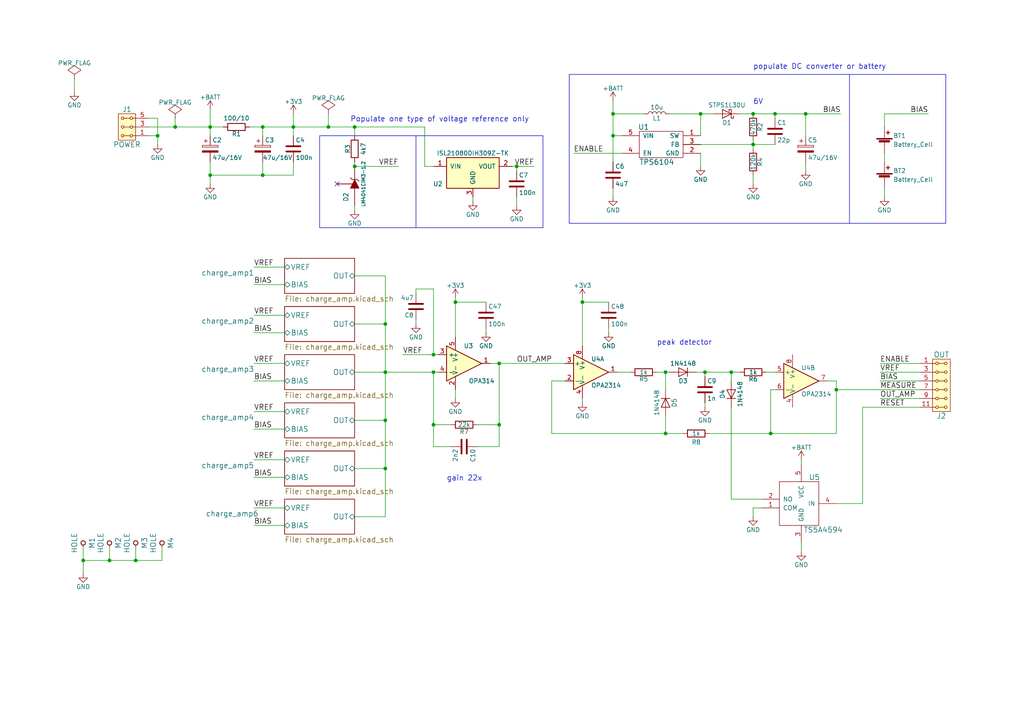
<source format=kicad_sch>
(kicad_sch (version 20230121) (generator eeschema)
  (paper "A4")
  (title_block (title "PCRD03A") (comment 1 " Silicon PIN diode cosmic radiation detector "))
  (lib_symbols
    (symbol "PCRD03A-rescue:+3V3" (power) (pin_names (offset 0))
      (property "Value" "+3V3" (at 0 3.556 0))
      (symbol "+3V3_0_1"
        (polyline (pts (xy -0.762 1.27) (xy 0 2.54)))
        (polyline (pts (xy 0 0) (xy 0 2.54)))
        (polyline (pts (xy 0 2.54) (xy 0.762 1.27)))
      )
      (symbol "+3V3_1_1"
        (pin power_in line (at 0 0 90) (length 0) hide (name "+3V3") (number "1"))
      )
    )
    (symbol "PCRD03A-rescue:+BATT" (power) (pin_names (offset 0))
      (property "Value" "+BATT" (at 0 3.556 0))
      (symbol "+BATT_0_1"
        (polyline (pts (xy -0.762 1.27) (xy 0 2.54)))
        (polyline (pts (xy 0 0) (xy 0 2.54)))
        (polyline (pts (xy 0 2.54) (xy 0.762 1.27)))
      )
      (symbol "+BATT_1_1"
        (pin power_in line (at 0 0 90) (length 0) hide (name "+BATT") (number "1"))
      )
    )
    (symbol "PCRD03A-rescue:APE8865NR-12-HF-3" (pin_names (offset 1.016))
      (property "Reference" "U" (at -7.62 6.35 0))
      (property "Value" "APE8865NR-12-HF-3" (at 0 5.08 0))
      (property "Footprint" "SOT-23" (at 0 2.54 0))
      (symbol "APE8865NR-12-HF-3_0_1"
        (rectangle (start -7.62 3.81) (end 7.62 -5.08) (stroke (width 0.254)) (fill (type background)))
      )
      (symbol "APE8865NR-12-HF-3_1_1"
        (pin input line (at -11.43 1.27 0) (length 3.81) (name "VIN") (number "1"))
        (pin power_out line (at 11.43 1.27 180) (length 3.81) (name "VOUT") (number "2"))
        (pin power_in line (at 0 -7.62 90) (length 2.54) (name "GND") (number "3"))
      )
    )
    (symbol "PCRD03A-rescue:Battery_Cell" (pin_numbers hide) (pin_names (offset 0) hide)
      (property "Reference" "BT" (at 2.54 2.54 0))
      (property "Value" "Battery_Cell" (at 2.54 0 0))
      (symbol "Battery_Cell_0_1"
        (rectangle (start -2.286 1.778) (end 2.286 1.524) (fill (type outline)))
        (rectangle (start -1.5748 1.1938) (end 1.4732 0.6858) (fill (type outline)))
        (polyline (pts (xy 0 0.762) (xy 0 0)))
        (polyline (pts (xy 0 1.778) (xy 0 2.54)))
        (polyline (pts (xy 0.508 3.429) (xy 1.524 3.429)) (stroke (width 0.254)))
        (polyline (pts (xy 1.016 3.937) (xy 1.016 2.921)) (stroke (width 0.254)))
      )
      (symbol "Battery_Cell_1_1"
        (pin passive line (at 0 5.08 270) (length 2.54) (name "+") (number "1"))
        (pin passive line (at 0 -2.54 90) (length 2.54) (name "-") (number "2"))
      )
    )
    (symbol "PCRD03A-rescue:C" (pin_numbers hide) (pin_names (offset 0.254))
      (property "Reference" "C" (at 0.635 2.54 0))
      (property "Value" "C" (at 0.635 -2.54 0))
      (symbol "C_0_1"
        (polyline (pts (xy -2.032 -0.762) (xy 2.032 -0.762)) (stroke (width 0.508)))
        (polyline (pts (xy -2.032 0.762) (xy 2.032 0.762)) (stroke (width 0.508)))
      )
      (symbol "C_1_1"
        (pin passive line (at 0 3.81 270) (length 2.794) (name "~") (number "1"))
        (pin passive line (at 0 -3.81 90) (length 2.794) (name "~") (number "2"))
      )
    )
    (symbol "PCRD03A-rescue:CP" (pin_numbers hide) (pin_names (offset 0.254))
      (property "Reference" "C" (at 0.635 2.54 0))
      (property "Value" "CP" (at 0.635 -2.54 0))
      (symbol "CP_0_1"
        (rectangle (start -2.286 0.508) (end -2.286 1.016))
        (rectangle (start -2.286 0.508) (end 2.286 0.508))
        (polyline (pts (xy -1.778 2.286) (xy -0.762 2.286)))
        (polyline (pts (xy -1.27 2.794) (xy -1.27 1.778)))
        (rectangle (start 2.286 -0.508) (end -2.286 -1.016) (fill (type outline)))
        (rectangle (start 2.286 1.016) (end -2.286 1.016))
        (rectangle (start 2.286 1.016) (end 2.286 0.508))
      )
      (symbol "CP_1_1"
        (pin passive line (at 0 3.81 270) (length 2.794) (name "~") (number "1"))
        (pin passive line (at 0 -3.81 90) (length 2.794) (name "~") (number "2"))
      )
    )
    (symbol "PCRD03A-rescue:D" (pin_numbers hide) (pin_names (offset 1.016) hide)
      (property "Reference" "D" (at 0 2.54 0))
      (property "Value" "D" (at 0 -2.54 0))
      (symbol "D_0_1"
        (polyline (pts (xy -1.27 1.27) (xy -1.27 -1.27)) (stroke (width 0.2032)))
        (polyline (pts (xy 1.27 0) (xy -1.27 0)))
        (polyline (pts (xy 1.27 1.27) (xy 1.27 -1.27) (xy -1.27 0) (xy 1.27 1.27)) (stroke (width 0.2032)))
      )
      (symbol "D_1_1"
        (pin passive line (at -3.81 0 0) (length 2.54) (name "K") (number "1"))
        (pin passive line (at 3.81 0 180) (length 2.54) (name "A") (number "2"))
      )
    )
    (symbol "PCRD03A-rescue:D_Schottky" (pin_numbers hide) (pin_names (offset 1.016) hide)
      (property "Reference" "D" (at 0 2.54 0))
      (property "Value" "D_Schottky" (at 0 -2.54 0))
      (symbol "D_Schottky_0_1"
        (polyline (pts (xy 1.27 0) (xy -1.27 0)))
        (polyline (pts (xy 1.27 1.27) (xy 1.27 -1.27) (xy -1.27 0) (xy 1.27 1.27)) (stroke (width 0.2032)))
        (polyline (pts (xy -1.905 0.635) (xy -1.905 1.27) (xy -1.27 1.27) (xy -1.27 -1.27) (xy -0.635 -1.27) (xy -0.635 -0.635)) (stroke (width 0.2032)))
      )
      (symbol "D_Schottky_1_1"
        (pin passive line (at -3.81 0 0) (length 2.54) (name "K") (number "1"))
        (pin passive line (at 3.81 0 180) (length 2.54) (name "A") (number "2"))
      )
    )
    (symbol "PCRD03A-rescue:GND" (power) (pin_names (offset 0))
      (property "Value" "GND" (at 0 -3.81 0))
      (symbol "GND_0_1"
        (polyline (pts (xy 0 0) (xy 0 -1.27) (xy 1.27 -1.27) (xy 0 -2.54) (xy -1.27 -1.27) (xy 0 -1.27)))
      )
      (symbol "GND_1_1"
        (pin power_in line (at 0 0 270) (length 0) hide (name "GND") (number "1"))
      )
    )
    (symbol "PCRD03A-rescue:HEADER_2x03_PARALLEL" (pin_names (offset 1.016))
      (property "Reference" "J" (at 0 -5.08 0))
      (property "Value" "HEADER_2x03_PARALLEL" (at 0 5.08 0))
      (symbol "HEADER_2x03_PARALLEL_0_1"
        (rectangle (start -2.54 3.81) (end 2.54 -3.81) (fill (type background)))
        (circle (center -1.27 -2.54) (radius 0.381))
        (circle (center -1.27 0) (radius 0.381))
        (circle (center -1.27 2.54) (radius 0.381))
        (polyline (pts (xy -1.651 -2.54) (xy -2.54 -2.54)))
        (polyline (pts (xy -1.651 0) (xy -2.54 0)))
        (polyline (pts (xy -1.651 2.54) (xy -2.54 2.54)))
        (polyline (pts (xy -0.889 -2.54) (xy 0.889 -2.54)))
        (polyline (pts (xy -0.889 0) (xy 0.889 0)))
        (polyline (pts (xy -0.889 2.54) (xy 0.889 2.54)))
        (circle (center 1.27 -2.54) (radius 0.381))
        (circle (center 1.27 0) (radius 0.381))
        (circle (center 1.27 2.54) (radius 0.381))
      )
      (symbol "HEADER_2x03_PARALLEL_1_1"
        (pin input line (at -6.35 2.54 0) (length 3.81) (name "~") (number "1"))
        (pin input line (at -6.35 2.54 0) (length 3.81) hide (name "~") (number "2"))
        (pin input line (at -6.35 0 0) (length 3.81) (name "~") (number "3"))
        (pin input line (at -6.35 0 0) (length 3.81) hide (name "~") (number "4"))
        (pin input line (at -6.35 -2.54 0) (length 3.81) (name "~") (number "5"))
        (pin input line (at -6.35 -2.54 0) (length 3.81) hide (name "~") (number "6"))
      )
    )
    (symbol "PCRD03A-rescue:HEADER_2x06_PARALLEL" (pin_names (offset 1.016))
      (property "Reference" "J" (at 0 -8.89 0))
      (property "Value" "HEADER_2x06_PARALLEL" (at 0 8.89 0))
      (symbol "HEADER_2x06_PARALLEL_0_1"
        (rectangle (start -2.54 7.62) (end 2.54 -7.62) (fill (type background)))
        (circle (center -1.27 -6.35) (radius 0.381))
        (circle (center -1.27 -3.81) (radius 0.381))
        (circle (center -1.27 -1.27) (radius 0.381))
        (circle (center -1.27 1.27) (radius 0.381))
        (circle (center -1.27 3.81) (radius 0.381))
        (circle (center -1.27 6.35) (radius 0.381))
        (polyline (pts (xy -1.651 -6.35) (xy -2.54 -6.35)))
        (polyline (pts (xy -1.651 -3.81) (xy -2.54 -3.81)))
        (polyline (pts (xy -1.651 -1.27) (xy -2.54 -1.27)))
        (polyline (pts (xy -1.651 1.27) (xy -2.54 1.27)))
        (polyline (pts (xy -1.651 3.81) (xy -2.54 3.81)))
        (polyline (pts (xy -1.651 6.35) (xy -2.54 6.35)))
        (polyline (pts (xy -0.889 -6.35) (xy 0.889 -6.35)))
        (polyline (pts (xy -0.889 -3.81) (xy 0.889 -3.81)))
        (polyline (pts (xy -0.889 -1.27) (xy 0.889 -1.27)))
        (polyline (pts (xy -0.889 1.27) (xy 0.889 1.27)))
        (polyline (pts (xy -0.889 3.81) (xy 0.889 3.81)))
        (polyline (pts (xy -0.889 6.35) (xy 0.889 6.35)))
        (circle (center 1.27 -6.35) (radius 0.381))
        (circle (center 1.27 -3.81) (radius 0.381))
        (circle (center 1.27 -1.27) (radius 0.381))
        (circle (center 1.27 1.27) (radius 0.381))
        (circle (center 1.27 3.81) (radius 0.381))
        (circle (center 1.27 6.35) (radius 0.381))
      )
      (symbol "HEADER_2x06_PARALLEL_1_1"
        (pin input line (at -6.35 6.35 0) (length 3.81) (name "~") (number "1"))
        (pin input line (at -6.35 -3.81 0) (length 3.81) hide (name "~") (number "10"))
        (pin input line (at -6.35 -6.35 0) (length 3.81) (name "~") (number "11"))
        (pin input line (at -6.35 -6.35 0) (length 3.81) hide (name "~") (number "12"))
        (pin input line (at -6.35 6.35 0) (length 3.81) hide (name "~") (number "2"))
        (pin input line (at -6.35 3.81 0) (length 3.81) (name "~") (number "3"))
        (pin input line (at -6.35 3.81 0) (length 3.81) hide (name "~") (number "4"))
        (pin input line (at -6.35 1.27 0) (length 3.81) (name "~") (number "5"))
        (pin input line (at -6.35 1.27 0) (length 3.81) hide (name "~") (number "6"))
        (pin input line (at -6.35 -1.27 0) (length 3.81) (name "~") (number "7"))
        (pin input line (at -6.35 -1.27 0) (length 3.81) hide (name "~") (number "8"))
        (pin input line (at -6.35 -3.81 0) (length 3.81) (name "~") (number "9"))
      )
    )
    (symbol "PCRD03A-rescue:HOLE" (pin_numbers hide) (pin_names (offset 1.016) hide)
      (property "Reference" "M" (at 0 2.54 0))
      (property "Value" "HOLE" (at 0 -2.54 0))
      (symbol "HOLE_0_1"
        (circle (center 0 0) (radius 0.635) (stroke (width 0.254)))
      )
      (symbol "HOLE_1_1"
        (pin input line (at 1.27 0 180) (length 0.635) (name "~") (number "1"))
      )
    )
    (symbol "PCRD03A-rescue:L" (pin_numbers hide) (pin_names (offset 1.016) hide)
      (property "Reference" "L" (at -1.27 0 90))
      (property "Value" "L" (at 1.905 0 90))
      (symbol "L_0_1"
        (arc (start 0 -2.54) (mid 0.6323 -1.905) (end 0 -1.27))
        (arc (start 0 -1.27) (mid 0.6323 -0.635) (end 0 0))
        (arc (start 0 0) (mid 0.6323 0.635) (end 0 1.27))
        (arc (start 0 1.27) (mid 0.6323 1.905) (end 0 2.54))
      )
      (symbol "L_1_1"
        (pin passive line (at 0 3.81 270) (length 1.27) (name "1") (number "1"))
        (pin passive line (at 0 -3.81 90) (length 1.27) (name "2") (number "2"))
      )
    )
    (symbol "PCRD03A-rescue:LM4041" (pin_numbers hide) (pin_names (offset 1.016) hide)
      (property "Reference" "D" (at -3.81 2.54 0))
      (property "Value" "LM4041" (at 0 -2.54 0))
      (symbol "LM4041_0_1"
        (polyline (pts (xy 1.27 0) (xy -1.27 1.27) (xy -1.27 -1.27) (xy 1.27 0) (xy 1.27 0)) (fill (type outline)))
        (polyline (pts (xy 1.778 1.27) (xy 1.27 0.762) (xy 1.27 -0.762) (xy 0.762 -1.27) (xy 0.762 -1.27)) (stroke (width 0.2032)))
      )
      (symbol "LM4041_1_1"
        (pin passive line (at 5.08 0 180) (length 3.81) (name "K") (number "1"))
        (pin passive line (at -6.35 0 0) (length 5.08) (name "~") (number "2"))
        (pin unspecified line (at 0 5.08 270) (length 5.08) (name "~") (number "3"))
      )
    )
    (symbol "PCRD03A-rescue:MCP6001"
      (property "Reference" "U" (at 1.27 5.08 0))
      (property "Value" "MCP6001" (at 5.08 -5.08 0))
      (symbol "MCP6001_0_1"
        (polyline (pts (xy -5.08 5.08) (xy 5.08 0) (xy -5.08 -5.08) (xy -5.08 5.08)) (stroke (width 0.254)) (fill (type background)))
      )
      (symbol "MCP6001_1_1"
        (pin output line (at 7.62 0 180) (length 2.54) (name "~") (number "1"))
        (pin input line (at -2.54 -7.62 90) (length 3.81) (name "V-") (number "2"))
        (pin input line (at -7.62 2.54 0) (length 2.54) (name "+") (number "3"))
        (pin input line (at -7.62 -2.54 0) (length 2.54) (name "-") (number "4"))
        (pin input line (at -2.54 7.62 270) (length 3.81) (name "V+") (number "5"))
      )
    )
    (symbol "PCRD03A-rescue:OP275" (pin_names (offset 0.254))
      (property "Reference" "U" (at 0 3.81 0))
      (property "Value" "OP275" (at 0 -3.81 0))
      (symbol "OP275_0_1"
        (polyline (pts (xy -5.08 5.08) (xy 5.08 0) (xy -5.08 -5.08) (xy -5.08 5.08)) (stroke (width 0.254)) (fill (type background)))
        (pin power_in line (at -2.54 -7.62 90) (length 3.81) (name "V-") (number "4"))
        (pin power_in line (at -2.54 7.62 270) (length 3.81) (name "V+") (number "8"))
      )
      (symbol "OP275_1_1"
        (pin output line (at 7.62 0 180) (length 2.54) (name "~") (number "1"))
        (pin input line (at -7.62 -2.54 0) (length 2.54) (name "-") (number "2"))
        (pin input line (at -7.62 2.54 0) (length 2.54) (name "+") (number "3"))
      )
      (symbol "OP275_2_1"
        (pin input line (at -7.62 2.54 0) (length 2.54) (name "+") (number "5"))
        (pin input line (at -7.62 -2.54 0) (length 2.54) (name "-") (number "6"))
        (pin output line (at 7.62 0 180) (length 2.54) (name "~") (number "7"))
      )
    )
    (symbol "PCRD03A-rescue:PWR_FLAG" (power) (pin_numbers hide) (pin_names (offset 0) hide)
      (property "Value" "PWR_FLAG" (at 0 4.572 0))
      (symbol "PWR_FLAG_0_0"
        (pin power_out line (at 0 0 90) (length 0) (name "pwr") (number "1"))
      )
      (symbol "PWR_FLAG_0_1"
        (polyline (pts (xy 0 0) (xy 0 1.27) (xy -1.905 2.54) (xy 0 3.81) (xy 1.905 2.54) (xy 0 1.27)))
      )
    )
    (symbol "PCRD03A-rescue:R" (pin_numbers hide) (pin_names (offset 0))
      (property "Reference" "R" (at 2.032 0 90))
      (property "Value" "R" (at 0 0 90))
      (symbol "R_0_1"
        (rectangle (start -1.016 -2.54) (end 1.016 2.54) (stroke (width 0.254)))
      )
      (symbol "R_1_1"
        (pin passive line (at 0 3.81 270) (length 1.27) (name "~") (number "1"))
        (pin passive line (at 0 -3.81 90) (length 1.27) (name "~") (number "2"))
      )
    )
    (symbol "PCRD03A-rescue:TPS6104" (pin_names (offset 1.016))
      (property "Reference" "U" (at -5.08 5.08 0))
      (property "Value" "TPS6104" (at -1.27 -5.08 0))
      (symbol "TPS6104_0_1"
        (rectangle (start -6.35 3.81) (end 6.35 -3.81))
      )
      (symbol "TPS6104_1_1"
        (pin bidirectional line (at 11.43 2.54 180) (length 5.08) (name "SW") (number "1"))
        (pin power_in line (at 11.43 -2.54 180) (length 5.08) (name "GND") (number "2"))
        (pin bidirectional line (at 11.43 0 180) (length 5.08) (name "FB") (number "3"))
        (pin bidirectional line (at -11.43 -2.54 0) (length 5.08) (name "EN") (number "4"))
        (pin power_in line (at -11.43 2.54 0) (length 5.08) (name "VIN") (number "5"))
      )
    )
    (symbol "PCRD03A-rescue:TS5A4594" (pin_names (offset 1.016))
      (property "Reference" "U" (at 3.81 7.62 0))
      (property "Value" "TS5A4594" (at 6.35 -7.62 0))
      (symbol "TS5A4594_0_1"
        (rectangle (start -6.35 6.35) (end 5.08 -6.35))
      )
      (symbol "TS5A4594_1_1"
        (pin passive line (at -11.43 -1.27 0) (length 5.08) (name "COM") (number "1"))
        (pin passive line (at -11.43 1.27 0) (length 5.08) (name "NO") (number "2"))
        (pin power_in line (at 0 -11.43 90) (length 5.08) (name "GND") (number "3"))
        (pin bidirectional line (at 10.16 0 180) (length 5.08) (name "IN") (number "4"))
        (pin power_in line (at 0 11.43 270) (length 5.08) (name "VCC") (number "5"))
      )
    )
  )
  (junction (at 223.52 125.73))
  (junction (at 50.8 36.83))
  (junction (at 60.96 36.83))
  (junction (at 60.96 50.8))
  (junction (at 177.8 39.37))
  (junction (at 125.73 123.19))
  (junction (at 203.2 33.02))
  (junction (at 218.44 33.02))
  (junction (at 85.09 36.83))
  (junction (at 125.73 102.87))
  (junction (at 31.75 162.56))
  (junction (at 111.76 107.95))
  (junction (at 149.86 48.26))
  (junction (at 132.08 87.63))
  (junction (at 233.68 33.02))
  (junction (at 95.25 36.83))
  (junction (at 39.37 162.56))
  (junction (at 193.04 107.95))
  (junction (at 76.2 50.8))
  (junction (at 212.09 107.95))
  (junction (at 125.73 107.95))
  (junction (at 242.57 113.03))
  (junction (at 111.76 121.92))
  (junction (at 102.87 36.83))
  (junction (at 224.79 33.02))
  (junction (at 168.91 87.63))
  (junction (at 218.44 41.91))
  (junction (at 193.04 125.73))
  (junction (at 111.76 135.89))
  (junction (at 144.78 105.41))
  (junction (at 144.78 123.19))
  (junction (at 76.2 36.83))
  (junction (at 102.87 48.26))
  (junction (at 177.8 33.02))
  (junction (at 24.13 162.56))
  (junction (at 111.76 93.98))
  (junction (at 204.47 107.95))
  (junction (at 45.72 39.37))
  (no_connect (at 97.79 53.34))
  (wire (pts (xy 120.65 83.82) (xy 120.65 85.09)))
  (wire (pts (xy 218.44 41.91) (xy 224.79 41.91)))
  (wire (pts (xy 132.08 86.36) (xy 132.08 87.63)))
  (wire (pts (xy 39.37 162.56) (xy 46.99 162.56)))
  (wire (pts (xy 76.2 50.8) (xy 76.2 46.99)))
  (polyline (pts (xy 165.1 21.59) (xy 274.32 21.59)))
  (wire (pts (xy 193.04 107.95) (xy 194.31 107.95)))
  (wire (pts (xy 212.09 107.95) (xy 214.63 107.95)))
  (wire (pts (xy 177.8 39.37) (xy 180.34 39.37)))
  (wire (pts (xy 111.76 149.86) (xy 102.87 149.86)))
  (wire (pts (xy 144.78 123.19) (xy 144.78 129.54)))
  (wire (pts (xy 132.08 115.57) (xy 132.08 113.03)))
  (wire (pts (xy 218.44 33.02) (xy 224.79 33.02)))
  (wire (pts (xy 82.55 152.4) (xy 73.66 152.4)))
  (wire (pts (xy 125.73 83.82) (xy 125.73 102.87)))
  (wire (pts (xy 82.55 110.49) (xy 73.66 110.49)))
  (wire (pts (xy 85.09 33.02) (xy 85.09 36.83)))
  (wire (pts (xy 149.86 48.26) (xy 154.94 48.26)))
  (wire (pts (xy 250.19 118.11) (xy 266.7 118.11)))
  (wire (pts (xy 182.88 107.95) (xy 179.07 107.95)))
  (wire (pts (xy 266.7 115.57) (xy 255.27 115.57)))
  (wire (pts (xy 204.47 118.11) (xy 204.47 116.84)))
  (wire (pts (xy 233.68 33.02) (xy 243.84 33.02)))
  (wire (pts (xy 233.68 49.53) (xy 233.68 46.99)))
  (wire (pts (xy 111.76 135.89) (xy 102.87 135.89)))
  (wire (pts (xy 95.25 36.83) (xy 102.87 36.83)))
  (wire (pts (xy 203.2 39.37) (xy 203.2 33.02)))
  (wire (pts (xy 120.65 93.98) (xy 120.65 92.71)))
  (wire (pts (xy 256.54 57.15) (xy 256.54 54.61)))
  (wire (pts (xy 24.13 158.75) (xy 24.13 162.56)))
  (wire (pts (xy 177.8 29.21) (xy 177.8 33.02)))
  (wire (pts (xy 180.34 44.45) (xy 166.37 44.45)))
  (wire (pts (xy 203.2 41.91) (xy 218.44 41.91)))
  (wire (pts (xy 85.09 36.83) (xy 85.09 39.37)))
  (wire (pts (xy 125.73 129.54) (xy 130.81 129.54)))
  (wire (pts (xy 102.87 36.83) (xy 102.87 39.37)))
  (wire (pts (xy 31.75 158.75) (xy 31.75 162.56)))
  (wire (pts (xy 24.13 162.56) (xy 24.13 166.37)))
  (polyline (pts (xy 165.1 64.77) (xy 274.32 64.77)))
  (wire (pts (xy 193.04 113.03) (xy 193.04 107.95)))
  (wire (pts (xy 85.09 50.8) (xy 85.09 46.99)))
  (wire (pts (xy 256.54 33.02) (xy 269.24 33.02)))
  (wire (pts (xy 176.53 96.52) (xy 176.53 95.25)))
  (wire (pts (xy 120.65 83.82) (xy 125.73 83.82)))
  (wire (pts (xy 102.87 93.98) (xy 111.76 93.98)))
  (wire (pts (xy 194.31 33.02) (xy 203.2 33.02)))
  (wire (pts (xy 132.08 87.63) (xy 132.08 97.79)))
  (wire (pts (xy 242.57 113.03) (xy 242.57 110.49)))
  (wire (pts (xy 160.02 125.73) (xy 160.02 110.49)))
  (wire (pts (xy 232.41 160.02) (xy 232.41 157.48)))
  (wire (pts (xy 21.59 26.67) (xy 21.59 22.86)))
  (wire (pts (xy 186.69 33.02) (xy 177.8 33.02)))
  (wire (pts (xy 45.72 34.29) (xy 45.72 39.37)))
  (wire (pts (xy 250.19 146.05) (xy 250.19 118.11)))
  (wire (pts (xy 116.84 102.87) (xy 125.73 102.87)))
  (polyline (pts (xy 274.32 64.77) (xy 274.32 21.59)))
  (wire (pts (xy 102.87 80.01) (xy 111.76 80.01)))
  (wire (pts (xy 102.87 107.95) (xy 111.76 107.95)))
  (wire (pts (xy 31.75 162.56) (xy 39.37 162.56)))
  (wire (pts (xy 46.99 162.56) (xy 46.99 158.75)))
  (wire (pts (xy 223.52 125.73) (xy 242.57 125.73)))
  (wire (pts (xy 45.72 39.37) (xy 43.18 39.37)))
  (wire (pts (xy 60.96 50.8) (xy 76.2 50.8)))
  (polyline (pts (xy 120.65 39.37) (xy 120.65 66.04)))
  (wire (pts (xy 111.76 107.95) (xy 111.76 121.92)))
  (wire (pts (xy 111.76 93.98) (xy 111.76 107.95)))
  (wire (pts (xy 168.91 116.84) (xy 168.91 115.57)))
  (wire (pts (xy 144.78 123.19) (xy 138.43 123.19)))
  (wire (pts (xy 160.02 110.49) (xy 163.83 110.49)))
  (wire (pts (xy 224.79 33.02) (xy 233.68 33.02)))
  (wire (pts (xy 266.7 105.41) (xy 255.27 105.41)))
  (wire (pts (xy 45.72 39.37) (xy 45.72 41.91)))
  (wire (pts (xy 266.7 110.49) (xy 255.27 110.49)))
  (wire (pts (xy 125.73 107.95) (xy 127 107.95)))
  (polyline (pts (xy 165.1 64.77) (xy 165.1 21.59)))
  (wire (pts (xy 82.55 91.44) (xy 73.66 91.44)))
  (wire (pts (xy 24.13 162.56) (xy 31.75 162.56)))
  (wire (pts (xy 204.47 109.22) (xy 204.47 107.95)))
  (wire (pts (xy 125.73 107.95) (xy 125.73 123.19)))
  (wire (pts (xy 82.55 77.47) (xy 73.66 77.47)))
  (wire (pts (xy 190.5 107.95) (xy 193.04 107.95)))
  (wire (pts (xy 232.41 133.35) (xy 232.41 134.62)))
  (wire (pts (xy 224.79 33.02) (xy 224.79 34.29)))
  (wire (pts (xy 256.54 44.45) (xy 256.54 46.99)))
  (wire (pts (xy 82.55 82.55) (xy 73.66 82.55)))
  (wire (pts (xy 102.87 60.96) (xy 102.87 59.69)))
  (wire (pts (xy 125.73 102.87) (xy 127 102.87)))
  (wire (pts (xy 148.59 48.26) (xy 149.86 48.26)))
  (wire (pts (xy 214.63 33.02) (xy 218.44 33.02)))
  (wire (pts (xy 95.25 33.02) (xy 95.25 36.83)))
  (wire (pts (xy 242.57 125.73) (xy 242.57 113.03)))
  (polyline (pts (xy 92.71 66.04) (xy 157.48 66.04)))
  (wire (pts (xy 218.44 41.91) (xy 218.44 43.18)))
  (polyline (pts (xy 92.71 66.04) (xy 92.71 39.37)))
  (wire (pts (xy 82.55 133.35) (xy 73.66 133.35)))
  (wire (pts (xy 256.54 36.83) (xy 256.54 33.02)))
  (wire (pts (xy 72.39 36.83) (xy 76.2 36.83)))
  (wire (pts (xy 60.96 31.75) (xy 60.96 36.83)))
  (wire (pts (xy 144.78 129.54) (xy 138.43 129.54)))
  (wire (pts (xy 111.76 107.95) (xy 125.73 107.95)))
  (wire (pts (xy 102.87 48.26) (xy 102.87 46.99)))
  (wire (pts (xy 76.2 50.8) (xy 85.09 50.8)))
  (wire (pts (xy 50.8 34.29) (xy 50.8 36.83)))
  (wire (pts (xy 250.19 146.05) (xy 242.57 146.05)))
  (wire (pts (xy 82.55 119.38) (xy 73.66 119.38)))
  (wire (pts (xy 218.44 147.32) (xy 218.44 149.86)))
  (polyline (pts (xy 92.71 39.37) (xy 157.48 39.37)))
  (wire (pts (xy 111.76 121.92) (xy 102.87 121.92)))
  (polyline (pts (xy 246.38 21.59) (xy 246.38 64.77)))
  (wire (pts (xy 60.96 46.99) (xy 60.96 50.8)))
  (wire (pts (xy 82.55 124.46) (xy 73.66 124.46)))
  (wire (pts (xy 60.96 36.83) (xy 64.77 36.83)))
  (wire (pts (xy 223.52 113.03) (xy 224.79 113.03)))
  (wire (pts (xy 60.96 50.8) (xy 60.96 53.34)))
  (wire (pts (xy 149.86 49.53) (xy 149.86 48.26)))
  (wire (pts (xy 176.53 87.63) (xy 168.91 87.63)))
  (wire (pts (xy 137.16 58.42) (xy 137.16 57.15)))
  (wire (pts (xy 125.73 48.26) (xy 123.19 48.26)))
  (wire (pts (xy 205.74 125.73) (xy 223.52 125.73)))
  (wire (pts (xy 140.97 87.63) (xy 132.08 87.63)))
  (wire (pts (xy 125.73 123.19) (xy 125.73 129.54)))
  (wire (pts (xy 212.09 118.11) (xy 212.09 144.78)))
  (wire (pts (xy 218.44 53.34) (xy 218.44 50.8)))
  (wire (pts (xy 82.55 138.43) (xy 73.66 138.43)))
  (wire (pts (xy 111.76 80.01) (xy 111.76 93.98)))
  (wire (pts (xy 111.76 121.92) (xy 111.76 135.89)))
  (wire (pts (xy 177.8 33.02) (xy 177.8 39.37)))
  (wire (pts (xy 203.2 33.02) (xy 207.01 33.02)))
  (wire (pts (xy 123.19 48.26) (xy 123.19 36.83)))
  (wire (pts (xy 160.02 125.73) (xy 193.04 125.73)))
  (wire (pts (xy 233.68 33.02) (xy 233.68 39.37)))
  (wire (pts (xy 266.7 107.95) (xy 255.27 107.95)))
  (wire (pts (xy 82.55 105.41) (xy 73.66 105.41)))
  (wire (pts (xy 149.86 59.69) (xy 149.86 57.15)))
  (wire (pts (xy 201.93 107.95) (xy 204.47 107.95)))
  (wire (pts (xy 193.04 125.73) (xy 198.12 125.73)))
  (wire (pts (xy 82.55 96.52) (xy 73.66 96.52)))
  (wire (pts (xy 242.57 113.03) (xy 266.7 113.03)))
  (wire (pts (xy 177.8 57.15) (xy 177.8 54.61)))
  (wire (pts (xy 140.97 95.25) (xy 140.97 96.52)))
  (wire (pts (xy 193.04 125.73) (xy 193.04 120.65)))
  (wire (pts (xy 142.24 105.41) (xy 144.78 105.41)))
  (wire (pts (xy 203.2 48.26) (xy 203.2 44.45)))
  (wire (pts (xy 204.47 107.95) (xy 212.09 107.95)))
  (wire (pts (xy 212.09 107.95) (xy 212.09 110.49)))
  (wire (pts (xy 222.25 107.95) (xy 224.79 107.95)))
  (wire (pts (xy 45.72 34.29) (xy 43.18 34.29)))
  (wire (pts (xy 82.55 147.32) (xy 73.66 147.32)))
  (wire (pts (xy 177.8 39.37) (xy 177.8 46.99)))
  (wire (pts (xy 76.2 36.83) (xy 85.09 36.83)))
  (wire (pts (xy 220.98 147.32) (xy 218.44 147.32)))
  (wire (pts (xy 50.8 36.83) (xy 60.96 36.83)))
  (wire (pts (xy 168.91 87.63) (xy 168.91 100.33)))
  (wire (pts (xy 168.91 86.36) (xy 168.91 87.63)))
  (wire (pts (xy 39.37 162.56) (xy 39.37 158.75)))
  (wire (pts (xy 125.73 123.19) (xy 130.81 123.19)))
  (wire (pts (xy 212.09 144.78) (xy 220.98 144.78)))
  (wire (pts (xy 144.78 105.41) (xy 144.78 123.19)))
  (wire (pts (xy 85.09 36.83) (xy 95.25 36.83)))
  (wire (pts (xy 144.78 105.41) (xy 163.83 105.41)))
  (wire (pts (xy 43.18 36.83) (xy 50.8 36.83)))
  (wire (pts (xy 223.52 113.03) (xy 223.52 125.73)))
  (polyline (pts (xy 157.48 66.04) (xy 157.48 39.37)))
  (wire (pts (xy 76.2 39.37) (xy 76.2 36.83)))
  (wire (pts (xy 240.03 110.49) (xy 242.57 110.49)))
  (wire (pts (xy 102.87 36.83) (xy 123.19 36.83)))
  (wire (pts (xy 102.87 48.26) (xy 115.57 48.26)))
  (wire (pts (xy 111.76 135.89) (xy 111.76 149.86)))
  (wire (pts (xy 218.44 40.64) (xy 218.44 41.91)))
  (wire (pts (xy 60.96 36.83) (xy 60.96 39.37)))
  (text "gain 22x" (at 129.54 139.7 0) (effects (font (size 1.524 1.524)) (justify left bottom)))
  (text "populate DC converter or battery" (at 218.44 20.32 0) (effects (font (size 1.524 1.524)) (justify left bottom)))
  (text "peak detector" (at 190.5 100.33 0) (effects (font (size 1.524 1.524)) (justify left bottom)))
  (text "6V" (at 218.44 30.48 0) (effects (font (size 1.524 1.524)) (justify left bottom)))
  (text "Populate one type of voltage reference only" (at 101.6 35.56 0) (effects (font (size 1.524 1.524)) (justify left bottom)))
  (label "ENABLE" (at 166.37 44.45 0) (effects (font (size 1.524 1.524))))
  (label "BIAS" (at 73.66 138.43 0) (effects (font (size 1.524 1.524))))
  (label "VREF" (at 73.66 119.38 0) (effects (font (size 1.524 1.524))))
  (label "ENABLE" (at 255.27 105.41 0) (effects (font (size 1.524 1.524))))
  (label "VREF" (at 73.66 147.32 0) (effects (font (size 1.524 1.524))))
  (label "VREF" (at 154.94 48.26 180) (effects (font (size 1.524 1.524))))
  (label "BIAS" (at 73.66 110.49 0) (effects (font (size 1.524 1.524))))
  (label "VREF" (at 73.66 91.44 0) (effects (font (size 1.524 1.524))))
  (label "BIAS" (at 73.66 82.55 0) (effects (font (size 1.524 1.524))))
  (label "RESET" (at 255.27 118.11 0) (effects (font (size 1.524 1.524))))
  (label "VREF" (at 255.27 107.95 0) (effects (font (size 1.524 1.524))))
  (label "BIAS" (at 243.84 33.02 180) (effects (font (size 1.524 1.524))))
  (label "VREF" (at 73.66 77.47 0) (effects (font (size 1.524 1.524))))
  (label "VREF" (at 73.66 105.41 0) (effects (font (size 1.524 1.524))))
  (label "BIAS" (at 73.66 96.52 0) (effects (font (size 1.524 1.524))))
  (label "BIAS" (at 73.66 152.4 0) (effects (font (size 1.524 1.524))))
  (label "VREF" (at 116.84 102.87 0) (effects (font (size 1.524 1.524))))
  (label "BIAS" (at 269.24 33.02 180) (effects (font (size 1.524 1.524))))
  (label "MEASURE" (at 255.27 113.03 0) (effects (font (size 1.524 1.524))))
  (label "VREF" (at 73.66 133.35 0) (effects (font (size 1.524 1.524))))
  (label "BIAS" (at 255.27 110.49 0) (effects (font (size 1.524 1.524))))
  (label "BIAS" (at 73.66 124.46 0) (effects (font (size 1.524 1.524))))
  (label "OUT_AMP" (at 255.27 115.57 0) (effects (font (size 1.524 1.524))))
  (label "OUT_AMP" (at 149.86 105.41 0) (effects (font (size 1.524 1.524))))
  (label "VREF" (at 115.57 48.26 180) (effects (font (size 1.524 1.524))))
  (symbol (lib_id "PCRD03A-rescue:R") (at 68.58 36.83 270) (unit 1)
    (property "Reference" "R1" (at 68.58 38.862 90))
    (property "Value" "100/10" (at 68.58 34.29 90))
    (property "Footprint" "Resistors_SMD:R_0805" (effects hide))
  )
  (symbol (lib_id "PCRD03A-rescue:CP") (at 60.96 43.18 0) (unit 1)
    (property "Reference" "C2" (at 61.595 40.64 0) (effects (justify left)))
    (property "Value" "47u/16V" (at 61.595 45.72 0) (effects (justify left)))
    (property "Footprint" "Capacitors_SMD:C_1210" (effects hide))
  )
  (symbol (lib_id "PCRD03A-rescue:CP") (at 76.2 43.18 0) (unit 1)
    (property "Reference" "C3" (at 76.835 40.64 0) (effects (justify left)))
    (property "Value" "47u/16V" (at 76.2 45.72 0) (effects (justify left)))
    (property "Footprint" "Capacitors_SMD:C_1210" (effects hide))
  )
  (symbol (lib_id "PCRD03A-rescue:C") (at 85.09 43.18 0) (unit 1)
    (property "Reference" "C4" (at 85.725 40.64 0) (effects (justify left)))
    (property "Value" "100n" (at 85.725 45.72 0) (effects (justify left)))
    (property "Footprint" "Capacitors_SMD:C_0805" (effects hide))
  )
  (symbol (lib_id "PCRD03A-rescue:GND") (at 60.96 53.34 0) (unit 1)
    (property "Reference" "#PWR01" (effects hide))
    (property "Value" "GND" (at 60.96 57.15 0))
  )
  (symbol (lib_id "PCRD03A-rescue:+BATT") (at 232.41 133.35 0) (unit 1)
    (property "Reference" "#PWR02" (effects hide))
    (property "Value" "+BATT" (at 232.41 129.794 0))
  )
  (symbol (lib_id "PCRD03A-rescue:HEADER_2x03_PARALLEL") (at 36.83 36.83 180) (unit 1)
    (property "Reference" "J1" (at 36.83 31.75 0) (effects (font (size 1.524 1.524))))
    (property "Value" "POWER" (at 36.83 41.91 0) (effects (font (size 1.524 1.524))))
    (property "Footprint" "Mlab_Pin_Headers:Straight_2x03" (effects hide))
  )
  (symbol (lib_id "PCRD03A-rescue:GND") (at 45.72 41.91 0) (unit 1)
    (property "Reference" "#PWR03" (effects hide))
    (property "Value" "GND" (at 45.72 45.72 0))
  )
  (symbol (lib_id "PCRD03A-rescue:R") (at 102.87 43.18 180) (unit 1)
    (property "Reference" "R3" (at 100.838 43.18 90))
    (property "Value" "4k7" (at 105.41 43.18 90))
    (property "Footprint" "Resistors_SMD:R_0805" (effects hide))
  )
  (symbol (lib_id "PCRD03A-rescue:GND") (at 102.87 60.96 0) (unit 1)
    (property "Reference" "#PWR04" (effects hide))
    (property "Value" "GND" (at 102.87 64.77 0))
  )
  (symbol (lib_id "PCRD03A-rescue:+3V3") (at 85.09 33.02 0) (unit 1)
    (property "Reference" "#PWR05" (effects hide))
    (property "Value" "+3V3" (at 85.09 29.464 0))
  )
  (symbol (lib_id "PCRD03A-rescue:PWR_FLAG") (at 50.8 34.29 0) (unit 1)
    (property "Reference" "#FLG06" (effects hide))
    (property "Value" "PWR_FLAG" (at 50.8 29.718 0))
  )
  (symbol (lib_id "PCRD03A-rescue:OP275") (at 171.45 107.95 0) (unit 1)
    (property "Reference" "U4" (at 171.45 104.14 0) (effects (justify left)))
    (property "Value" "OPA2314" (at 171.45 111.76 0) (effects (justify left)))
    (property "Footprint" "Mlab_IO:SOIC-8_3.9x4.9mm_Pitch1.27mm" (effects hide))
  )
  (symbol (lib_id "PCRD03A-rescue:+3V3") (at 168.91 86.36 0) (unit 1)
    (property "Reference" "#PWR07" (effects hide))
    (property "Value" "+3V3" (at 168.91 82.804 0))
  )
  (symbol (lib_id "PCRD03A-rescue:GND") (at 168.91 116.84 0) (unit 1)
    (property "Reference" "#PWR08" (effects hide))
    (property "Value" "GND" (at 168.91 120.65 0))
  )
  (symbol (lib_id "PCRD03A-rescue:D") (at 212.09 114.3 90) (unit 1)
    (property "Reference" "D4" (at 209.55 114.3 0))
    (property "Value" "1N4148" (at 214.63 114.3 0))
    (property "Footprint" "Mlab_D:Diode-MiniMELF_Standard" (effects hide))
  )
  (symbol (lib_id "PCRD03A-rescue:C") (at 204.47 113.03 0) (unit 1)
    (property "Reference" "C9" (at 205.105 110.49 0) (effects (justify left)))
    (property "Value" "1n" (at 205.105 115.57 0) (effects (justify left)))
    (property "Footprint" "Capacitors_SMD:C_0805" (effects hide))
  )
  (symbol (lib_id "PCRD03A-rescue:GND") (at 204.47 118.11 0) (unit 1)
    (property "Reference" "#PWR09" (effects hide))
    (property "Value" "GND" (at 204.47 121.92 0))
  )
  (symbol (lib_id "PCRD03A-rescue:D") (at 193.04 116.84 270) (unit 1)
    (property "Reference" "D5" (at 195.58 116.84 0))
    (property "Value" "1N4148" (at 190.5 116.84 0))
    (property "Footprint" "Mlab_D:Diode-MiniMELF_Standard" (effects hide))
  )
  (symbol (lib_id "PCRD03A-rescue:R") (at 186.69 107.95 270) (unit 1)
    (property "Reference" "R5" (at 186.69 109.982 90))
    (property "Value" "1k" (at 186.69 107.95 90))
    (property "Footprint" "Resistors_SMD:R_0805" (effects hide))
  )
  (symbol (lib_id "PCRD03A-rescue:GND") (at 232.41 160.02 0) (unit 1)
    (property "Reference" "#PWR010" (effects hide))
    (property "Value" "GND" (at 232.41 163.83 0))
  )
  (symbol (lib_id "PCRD03A-rescue:TS5A4594") (at 232.41 146.05 0) (unit 1)
    (property "Reference" "U5" (at 236.22 138.43 0) (effects (font (size 1.524 1.524))))
    (property "Value" "TS5A4594" (at 238.76 153.67 0) (effects (font (size 1.524 1.524))))
    (property "Footprint" "TO_SOT_Packages_SMD:SOT-23-5" (effects hide))
  )
  (symbol (lib_id "PCRD03A-rescue:GND") (at 218.44 149.86 0) (unit 1)
    (property "Reference" "#PWR011" (effects hide))
    (property "Value" "GND" (at 218.44 153.67 0))
  )
  (symbol (lib_id "PCRD03A-rescue:+BATT") (at 60.96 31.75 0) (unit 1)
    (property "Reference" "#PWR012" (effects hide))
    (property "Value" "+BATT" (at 60.96 28.194 0))
  )
  (symbol (lib_id "PCRD03A-rescue:R") (at 134.62 123.19 270) (unit 1)
    (property "Reference" "R7" (at 134.62 125.222 90))
    (property "Value" "22k" (at 134.62 123.19 90))
    (property "Footprint" "Resistors_SMD:R_0805" (effects hide))
  )
  (symbol (lib_id "PCRD03A-rescue:C") (at 134.62 129.54 270) (unit 1)
    (property "Reference" "C10" (at 137.16 130.175 0) (effects (justify left)))
    (property "Value" "2n2" (at 132.08 130.175 0) (effects (justify left)))
    (property "Footprint" "Capacitors_SMD:C_0805" (effects hide))
  )
  (symbol (lib_id "PCRD03A-rescue:C") (at 120.65 88.9 180) (unit 1)
    (property "Reference" "C8" (at 120.015 91.44 0) (effects (justify left)))
    (property "Value" "4u7" (at 120.015 86.36 0) (effects (justify left)))
    (property "Footprint" "Capacitors_SMD:C_0805" (effects hide))
  )
  (symbol (lib_id "PCRD03A-rescue:GND") (at 120.65 93.98 0) (unit 1)
    (property "Reference" "#PWR013" (effects hide))
    (property "Value" "GND" (at 120.65 97.79 0))
  )
  (symbol (lib_id "PCRD03A-rescue:OP275") (at 232.41 110.49 0) (unit 2)
    (property "Reference" "U4" (at 232.41 106.68 0) (effects (justify left)))
    (property "Value" "OPA2314" (at 232.41 114.3 0) (effects (justify left)))
    (property "Footprint" "Mlab_IO:SOIC-8_3.9x4.9mm_Pitch1.27mm" (effects hide))
  )
  (symbol (lib_id "PCRD03A-rescue:PWR_FLAG") (at 21.59 22.86 0) (unit 1)
    (property "Reference" "#FLG014" (effects hide))
    (property "Value" "PWR_FLAG" (at 21.59 18.288 0))
  )
  (symbol (lib_id "PCRD03A-rescue:GND") (at 21.59 26.67 0) (unit 1)
    (property "Reference" "#PWR015" (effects hide))
    (property "Value" "GND" (at 21.59 30.48 0))
  )
  (symbol (lib_id "PCRD03A-rescue:PWR_FLAG") (at 95.25 33.02 0) (unit 1)
    (property "Reference" "#FLG016" (effects hide))
    (property "Value" "PWR_FLAG" (at 95.25 28.448 0))
  )
  (symbol (lib_id "PCRD03A-rescue:D") (at 198.12 107.95 180) (unit 1)
    (property "Reference" "D3" (at 198.12 110.49 0))
    (property "Value" "1N4148" (at 198.12 105.41 0))
    (property "Footprint" "Mlab_D:Diode-MiniMELF_Standard" (effects hide))
  )
  (symbol (lib_id "PCRD03A-rescue:R") (at 201.93 125.73 270) (unit 1)
    (property "Reference" "R8" (at 201.93 128.27 90))
    (property "Value" "1k" (at 201.93 125.73 90))
    (property "Footprint" "Resistors_SMD:R_0805" (effects hide))
  )
  (symbol (lib_id "PCRD03A-rescue:R") (at 218.44 107.95 270) (unit 1)
    (property "Reference" "R6" (at 218.44 109.982 90))
    (property "Value" "1k" (at 218.44 107.95 90))
    (property "Footprint" "Resistors_SMD:R_0805" (effects hide))
  )
  (symbol (lib_id "PCRD03A-rescue:TPS6104") (at 191.77 41.91 0) (unit 1)
    (property "Reference" "U1" (at 186.69 36.83 0) (effects (font (size 1.524 1.524))))
    (property "Value" "TPS6104" (at 190.5 46.99 0) (effects (font (size 1.524 1.524))))
    (property "Footprint" "TO_SOT_Packages_SMD:SOT-23-5" (effects hide))
  )
  (symbol (lib_id "PCRD03A-rescue:+BATT") (at 177.8 29.21 0) (unit 1)
    (property "Reference" "#PWR017" (effects hide))
    (property "Value" "+BATT" (at 177.8 25.654 0))
  )
  (symbol (lib_id "PCRD03A-rescue:C") (at 177.8 50.8 0) (unit 1)
    (property "Reference" "C6" (at 178.435 48.26 0) (effects (justify left)))
    (property "Value" "4u7" (at 178.435 53.34 0) (effects (justify left)))
    (property "Footprint" "Capacitors_SMD:C_0805" (effects hide))
  )
  (symbol (lib_id "PCRD03A-rescue:GND") (at 177.8 57.15 0) (unit 1)
    (property "Reference" "#PWR018" (effects hide))
    (property "Value" "GND" (at 177.8 60.96 0))
  )
  (symbol (lib_id "PCRD03A-rescue:GND") (at 203.2 48.26 0) (unit 1)
    (property "Reference" "#PWR019" (effects hide))
    (property "Value" "GND" (at 203.2 52.07 0))
  )
  (symbol (lib_id "PCRD03A-rescue:L") (at 190.5 33.02 90) (unit 1)
    (property "Reference" "L1" (at 190.5 34.29 90))
    (property "Value" "10u" (at 190.5 31.115 90))
    (property "Footprint" "Mlab_L:DJNR5040" (effects hide))
  )
  (symbol (lib_id "PCRD03A-rescue:D_Schottky") (at 210.82 33.02 180) (unit 1)
    (property "Reference" "D1" (at 210.82 35.56 0))
    (property "Value" "STPS1L30U" (at 210.82 30.48 0))
    (property "Footprint" "Diodes_SMD:D_SMB" (effects hide))
  )
  (symbol (lib_id "PCRD03A-rescue:R") (at 218.44 36.83 0) (unit 1)
    (property "Reference" "R2" (at 220.472 36.83 90))
    (property "Value" "470k" (at 218.44 36.83 90))
    (property "Footprint" "Resistors_SMD:R_0805" (effects hide))
  )
  (symbol (lib_id "PCRD03A-rescue:R") (at 218.44 46.99 0) (unit 1)
    (property "Reference" "R4" (at 220.472 46.99 90))
    (property "Value" "120k" (at 218.44 46.99 90))
    (property "Footprint" "Resistors_SMD:R_0805" (effects hide))
  )
  (symbol (lib_id "PCRD03A-rescue:GND") (at 218.44 53.34 0) (unit 1)
    (property "Reference" "#PWR020" (effects hide))
    (property "Value" "GND" (at 218.44 57.15 0))
  )
  (symbol (lib_id "PCRD03A-rescue:C") (at 224.79 38.1 0) (unit 1)
    (property "Reference" "C1" (at 225.425 35.56 0) (effects (justify left)))
    (property "Value" "22p" (at 225.425 40.64 0) (effects (justify left)))
    (property "Footprint" "Capacitors_SMD:C_0805" (effects hide))
  )
  (symbol (lib_id "PCRD03A-rescue:GND") (at 233.68 49.53 0) (unit 1)
    (property "Reference" "#PWR021" (effects hide))
    (property "Value" "GND" (at 233.68 53.34 0))
  )
  (symbol (lib_id "PCRD03A-rescue:Battery_Cell") (at 256.54 52.07 0) (unit 1)
    (property "Reference" "BT2" (at 259.08 49.53 0) (effects (justify left)))
    (property "Value" "Battery_Cell" (at 259.08 52.07 0) (effects (justify left)))
    (property "Footprint" "Mlab_Batery:CH28-2032" (effects hide))
  )
  (symbol (lib_id "PCRD03A-rescue:Battery_Cell") (at 256.54 41.91 0) (unit 1)
    (property "Reference" "BT1" (at 259.08 39.37 0) (effects (justify left)))
    (property "Value" "Battery_Cell" (at 259.08 41.91 0) (effects (justify left)))
    (property "Footprint" "Mlab_Batery:CH28-2032" (effects hide))
  )
  (symbol (lib_id "PCRD03A-rescue:GND") (at 256.54 57.15 0) (unit 1)
    (property "Reference" "#PWR022" (effects hide))
    (property "Value" "GND" (at 256.54 60.96 0))
  )
  (symbol (lib_id "PCRD03A-rescue:HOLE") (at 24.13 157.48 270) (unit 1)
    (property "Reference" "M1" (at 26.67 157.48 0) (effects (font (size 1.524 1.524))))
    (property "Value" "HOLE" (at 21.59 157.48 0) (effects (font (size 1.524 1.524))))
    (property "Footprint" "Mlab_Mechanical:MountingHole_3mm" (effects hide))
  )
  (symbol (lib_id "PCRD03A-rescue:HOLE") (at 31.75 157.48 270) (unit 1)
    (property "Reference" "M2" (at 34.29 157.48 0) (effects (font (size 1.524 1.524))))
    (property "Value" "HOLE" (at 29.21 157.48 0) (effects (font (size 1.524 1.524))))
    (property "Footprint" "Mlab_Mechanical:MountingHole_3mm" (effects hide))
  )
  (symbol (lib_id "PCRD03A-rescue:HOLE") (at 39.37 157.48 270) (unit 1)
    (property "Reference" "M3" (at 41.91 157.48 0) (effects (font (size 1.524 1.524))))
    (property "Value" "HOLE" (at 36.83 157.48 0) (effects (font (size 1.524 1.524))))
    (property "Footprint" "Mlab_Mechanical:MountingHole_3mm" (effects hide))
  )
  (symbol (lib_id "PCRD03A-rescue:HOLE") (at 46.99 157.48 270) (unit 1)
    (property "Reference" "M4" (at 49.53 157.48 0) (effects (font (size 1.524 1.524))))
    (property "Value" "HOLE" (at 44.45 157.48 0) (effects (font (size 1.524 1.524))))
    (property "Footprint" "Mlab_Mechanical:MountingHole_3mm" (effects hide))
  )
  (symbol (lib_id "PCRD03A-rescue:GND") (at 24.13 166.37 0) (unit 1)
    (property "Reference" "#PWR025" (effects hide))
    (property "Value" "GND" (at 24.13 170.18 0))
  )
  (symbol (lib_id "PCRD03A-rescue:+3V3") (at 132.08 86.36 0) (unit 1)
    (property "Reference" "#PWR023" (effects hide))
    (property "Value" "+3V3" (at 132.08 82.804 0))
  )
  (symbol (lib_id "PCRD03A-rescue:GND") (at 132.08 115.57 0) (unit 1)
    (property "Reference" "#PWR024" (effects hide))
    (property "Value" "GND" (at 132.08 119.38 0))
  )
  (symbol (lib_id "PCRD03A-rescue:APE8865NR-12-HF-3") (at 137.16 49.53 0) (unit 1)
    (property "Reference" "U2" (at 127 53.34 0))
    (property "Value" "ISL21080DIH309Z-TK" (at 137.16 44.45 0))
    (property "Footprint" "Mlab_IO:SOT-23" (effects hide))
  )
  (symbol (lib_id "PCRD03A-rescue:C") (at 149.86 53.34 0) (unit 1)
    (property "Reference" "C7" (at 150.495 50.8 0) (effects (justify left)))
    (property "Value" "100n" (at 150.495 55.88 0) (effects (justify left)))
    (property "Footprint" "Capacitors_SMD:C_0805" (effects hide))
  )
  (symbol (lib_id "PCRD03A-rescue:GND") (at 137.16 58.42 0) (unit 1)
    (property "Reference" "#PWR026" (effects hide))
    (property "Value" "GND" (at 137.16 62.23 0))
  )
  (symbol (lib_id "PCRD03A-rescue:GND") (at 149.86 59.69 0) (unit 1)
    (property "Reference" "#PWR027" (effects hide))
    (property "Value" "GND" (at 149.86 63.5 0))
  )
  (symbol (lib_id "PCRD03A-rescue:LM4041") (at 102.87 53.34 90) (unit 1)
    (property "Reference" "D2" (at 100.33 57.15 0))
    (property "Value" "LM4041CIM3-1.2" (at 105.41 53.34 0) (effects (font (size 1.016 1.016))))
    (property "Footprint" "Mlab_IO:SOT-23" (effects hide))
  )
  (symbol (lib_id "PCRD03A-rescue:C") (at 140.97 91.44 0) (unit 1)
    (property "Reference" "C47" (at 141.605 88.9 0) (effects (justify left)))
    (property "Value" "100n" (at 141.605 93.98 0) (effects (justify left)))
    (property "Footprint" "Capacitors_SMD:C_0805" (effects hide))
  )
  (symbol (lib_id "PCRD03A-rescue:GND") (at 140.97 96.52 0) (unit 1)
    (property "Reference" "#PWR028" (effects hide))
    (property "Value" "GND" (at 140.97 100.33 0))
  )
  (symbol (lib_id "PCRD03A-rescue:C") (at 176.53 91.44 0) (unit 1)
    (property "Reference" "C48" (at 177.165 88.9 0) (effects (justify left)))
    (property "Value" "100n" (at 177.165 93.98 0) (effects (justify left)))
    (property "Footprint" "Capacitors_SMD:C_0805" (effects hide))
  )
  (symbol (lib_id "PCRD03A-rescue:GND") (at 176.53 96.52 0) (unit 1)
    (property "Reference" "#PWR029" (effects hide))
    (property "Value" "GND" (at 176.53 100.33 0))
  )
  (symbol (lib_id "PCRD03A-rescue:MCP6001") (at 134.62 105.41 0) (unit 1)
    (property "Reference" "U3" (at 135.89 100.33 0))
    (property "Value" "OPA314" (at 139.7 110.49 0))
    (property "Footprint" "TO_SOT_Packages_SMD:SOT-23-5" (effects hide))
    (property "Datasheet" "https://www.ti.com/lit/ds/symlink/opa314.pdf" (effects hide))
    (property "UST_ID" "5c70984412875079b91f879a" (effects hide))
  )
  (symbol (lib_id "PCRD03A-rescue:CP") (at 233.68 43.18 0) (unit 1)
    (property "Reference" "C5" (at 234.315 40.64 0) (effects (justify left)))
    (property "Value" "47u/16V" (at 234.315 45.72 0) (effects (justify left)))
    (property "Footprint" "Capacitors_SMD:C_1210" (effects hide))
  )
  (symbol (lib_id "PCRD03A-rescue:HEADER_2x06_PARALLEL") (at 273.05 111.76 0) (unit 1)
    (property "Reference" "J2" (at 273.05 120.65 0) (effects (font (size 1.524 1.524))))
    (property "Value" "OUT" (at 273.05 102.87 0) (effects (font (size 1.524 1.524))))
    (property "Footprint" "Mlab_Pin_Headers:Straight_2x06" (effects hide))
  )
  (sheet (at 82.55 102.87) (size 20.32 10.16)
    (property "Sheetname" "charge_amp3" (at 58.42 107.95 0) (effects (font (size 1.524 1.524)) (justify left bottom)))
    (property "Sheetfile" "charge_amp.kicad_sch" (at 82.55 113.7162 0) (effects (font (size 1.524 1.524)) (justify left top)))
    (pin "OUT" bidirectional (at 102.87 107.95 0) (effects (font (size 1.524 1.524))))
    (pin "VREF" bidirectional (at 82.55 105.41 180) (effects (font (size 1.524 1.524))))
    (pin "BIAS" bidirectional (at 82.55 110.49 180) (effects (font (size 1.524 1.524))))
  )
  (sheet (at 82.55 88.9) (size 20.32 10.16)
    (property "Sheetname" "charge_amp2" (at 58.42 93.98 0) (effects (font (size 1.524 1.524)) (justify left bottom)))
    (property "Sheetfile" "charge_amp.kicad_sch" (at 82.55 99.7462 0) (effects (font (size 1.524 1.524)) (justify left top)))
    (pin "OUT" bidirectional (at 102.87 93.98 0) (effects (font (size 1.524 1.524))))
    (pin "VREF" bidirectional (at 82.55 91.44 180) (effects (font (size 1.524 1.524))))
    (pin "BIAS" bidirectional (at 82.55 96.52 180) (effects (font (size 1.524 1.524))))
  )
  (sheet (at 82.55 130.81) (size 20.32 10.16)
    (property "Sheetname" "charge_amp5" (at 58.42 135.89 0) (effects (font (size 1.524 1.524)) (justify left bottom)))
    (property "Sheetfile" "charge_amp.kicad_sch" (at 82.55 141.6562 0) (effects (font (size 1.524 1.524)) (justify left top)))
    (pin "OUT" bidirectional (at 102.87 135.89 0) (effects (font (size 1.524 1.524))))
    (pin "VREF" bidirectional (at 82.55 133.35 180) (effects (font (size 1.524 1.524))))
    (pin "BIAS" bidirectional (at 82.55 138.43 180) (effects (font (size 1.524 1.524))))
  )
  (sheet (at 82.55 116.84) (size 20.32 10.16)
    (property "Sheetname" "charge_amp4" (at 58.42 121.92 0) (effects (font (size 1.524 1.524)) (justify left bottom)))
    (property "Sheetfile" "charge_amp.kicad_sch" (at 82.55 127.6862 0) (effects (font (size 1.524 1.524)) (justify left top)))
    (pin "OUT" bidirectional (at 102.87 121.92 0) (effects (font (size 1.524 1.524))))
    (pin "VREF" bidirectional (at 82.55 119.38 180) (effects (font (size 1.524 1.524))))
    (pin "BIAS" bidirectional (at 82.55 124.46 180) (effects (font (size 1.524 1.524))))
  )
  (sheet (at 82.55 74.93) (size 20.32 10.16)
    (property "Sheetname" "charge_amp1" (at 58.42 80.01 0) (effects (font (size 1.524 1.524)) (justify left bottom)))
    (property "Sheetfile" "charge_amp.kicad_sch" (at 82.55 85.7762 0) (effects (font (size 1.524 1.524)) (justify left top)))
    (pin "OUT" bidirectional (at 102.87 80.01 0) (effects (font (size 1.524 1.524))))
    (pin "VREF" bidirectional (at 82.55 77.47 180) (effects (font (size 1.524 1.524))))
    (pin "BIAS" bidirectional (at 82.55 82.55 180) (effects (font (size 1.524 1.524))))
  )
  (sheet (at 82.55 144.78) (size 20.32 10.16)
    (property "Sheetname" "charge_amp6" (at 59.69 149.86 0) (effects (font (size 1.524 1.524)) (justify left bottom)))
    (property "Sheetfile" "charge_amp.kicad_sch" (at 82.55 155.6262 0) (effects (font (size 1.524 1.524)) (justify left top)))
    (pin "OUT" bidirectional (at 102.87 149.86 0) (effects (font (size 1.524 1.524))))
    (pin "VREF" bidirectional (at 82.55 147.32 180) (effects (font (size 1.524 1.524))))
    (pin "BIAS" bidirectional (at 82.55 152.4 180) (effects (font (size 1.524 1.524))))
  )
)
</source>
